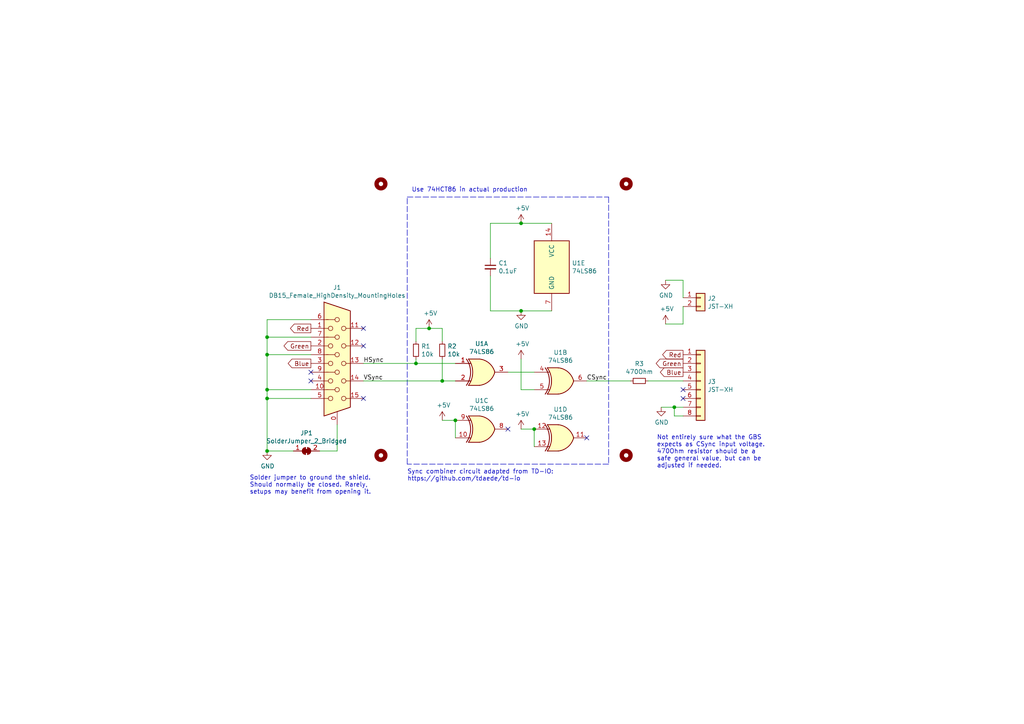
<source format=kicad_sch>
(kicad_sch (version 20211123) (generator eeschema)
  (paper "A4")
  (title_block (title "GBS-Control Sync Combiner") (date "2021-10-28") (rev "1.0") (company "Softdrink") (comment 3 "Uses existing GBS P9 and P11 JST-XH headers for power and video, respectively") (comment 4 "Basic sync combiner circuit to allow RGBHV format VGA to be ingested as RGBS"))
  (lib_symbols
    (symbol "74xx:74LS86" (pin_names (offset 1.016))
      (property "Reference" "U" (at 0 1.27 0))
      (property "Value" "74LS86" (at 0 -1.27 0))
      (symbol "74LS86_1_0"
        (arc (start -4.4196 -3.81) (mid -3.2033 0) (end -4.4196 3.81) (stroke (width 0.254)))
        (arc (start -3.81 -3.81) (mid -2.589 0) (end -3.81 3.81) (stroke (width 0.254)))
        (arc (start -0.6096 -3.81) (mid 2.1855 -2.584) (end 3.81 0) (stroke (width 0.254)) (fill (type background)))
        (polyline (pts (xy -3.81 -3.81) (xy -0.635 -3.81)) (stroke (width 0.254)) (fill (type background)))
        (polyline (pts (xy -3.81 3.81) (xy -0.635 3.81)) (stroke (width 0.254)) (fill (type background)))
        (polyline (pts (xy -0.635 3.81) (xy -3.81 3.81) (xy -3.81 3.81) (xy -3.556 3.4036) (xy -3.0226 2.2606) (xy -2.6924 1.0414) (xy -2.6162 -0.254) (xy -2.7686 -1.4986) (xy -3.175 -2.7178) (xy -3.81 -3.81) (xy -3.81 -3.81) (xy -0.635 -3.81)) (stroke (width -25.4)) (fill (type background)))
        (arc (start 3.81 0) (mid 2.1928 2.5925) (end -0.6096 3.81) (stroke (width 0.254)) (fill (type background)))
        (pin input line (at -7.62 2.54 0) (length 4.445) (name "~") (number "1"))
        (pin input line (at -7.62 -2.54 0) (length 4.445) (name "~") (number "2"))
        (pin output line (at 7.62 0 180) (length 3.81) (name "~") (number "3"))
      )
      (symbol "74LS86_1_1"
        (polyline (pts (xy -3.81 -2.54) (xy -3.175 -2.54)) (stroke (width 0.1524)))
        (polyline (pts (xy -3.81 2.54) (xy -3.175 2.54)) (stroke (width 0.1524)))
      )
      (symbol "74LS86_2_0"
        (arc (start -4.4196 -3.81) (mid -3.2033 0) (end -4.4196 3.81) (stroke (width 0.254)))
        (arc (start -3.81 -3.81) (mid -2.589 0) (end -3.81 3.81) (stroke (width 0.254)))
        (arc (start -0.6096 -3.81) (mid 2.1855 -2.584) (end 3.81 0) (stroke (width 0.254)) (fill (type background)))
        (polyline (pts (xy -3.81 -3.81) (xy -0.635 -3.81)) (stroke (width 0.254)) (fill (type background)))
        (polyline (pts (xy -3.81 3.81) (xy -0.635 3.81)) (stroke (width 0.254)) (fill (type background)))
        (polyline (pts (xy -0.635 3.81) (xy -3.81 3.81) (xy -3.81 3.81) (xy -3.556 3.4036) (xy -3.0226 2.2606) (xy -2.6924 1.0414) (xy -2.6162 -0.254) (xy -2.7686 -1.4986) (xy -3.175 -2.7178) (xy -3.81 -3.81) (xy -3.81 -3.81) (xy -0.635 -3.81)) (stroke (width -25.4)) (fill (type background)))
        (arc (start 3.81 0) (mid 2.1928 2.5925) (end -0.6096 3.81) (stroke (width 0.254)) (fill (type background)))
        (pin input line (at -7.62 2.54 0) (length 4.445) (name "~") (number "4"))
        (pin input line (at -7.62 -2.54 0) (length 4.445) (name "~") (number "5"))
        (pin output line (at 7.62 0 180) (length 3.81) (name "~") (number "6"))
      )
      (symbol "74LS86_2_1"
        (polyline (pts (xy -3.81 -2.54) (xy -3.175 -2.54)) (stroke (width 0.1524)))
        (polyline (pts (xy -3.81 2.54) (xy -3.175 2.54)) (stroke (width 0.1524)))
      )
      (symbol "74LS86_3_0"
        (arc (start -4.4196 -3.81) (mid -3.2033 0) (end -4.4196 3.81) (stroke (width 0.254)))
        (arc (start -3.81 -3.81) (mid -2.589 0) (end -3.81 3.81) (stroke (width 0.254)))
        (arc (start -0.6096 -3.81) (mid 2.1855 -2.584) (end 3.81 0) (stroke (width 0.254)) (fill (type background)))
        (polyline (pts (xy -3.81 -3.81) (xy -0.635 -3.81)) (stroke (width 0.254)) (fill (type background)))
        (polyline (pts (xy -3.81 3.81) (xy -0.635 3.81)) (stroke (width 0.254)) (fill (type background)))
        (polyline (pts (xy -0.635 3.81) (xy -3.81 3.81) (xy -3.81 3.81) (xy -3.556 3.4036) (xy -3.0226 2.2606) (xy -2.6924 1.0414) (xy -2.6162 -0.254) (xy -2.7686 -1.4986) (xy -3.175 -2.7178) (xy -3.81 -3.81) (xy -3.81 -3.81) (xy -0.635 -3.81)) (stroke (width -25.4)) (fill (type background)))
        (arc (start 3.81 0) (mid 2.1928 2.5925) (end -0.6096 3.81) (stroke (width 0.254)) (fill (type background)))
        (pin input line (at -7.62 -2.54 0) (length 4.445) (name "~") (number "10"))
        (pin output line (at 7.62 0 180) (length 3.81) (name "~") (number "8"))
        (pin input line (at -7.62 2.54 0) (length 4.445) (name "~") (number "9"))
      )
      (symbol "74LS86_3_1"
        (polyline (pts (xy -3.81 -2.54) (xy -3.175 -2.54)) (stroke (width 0.1524)))
        (polyline (pts (xy -3.81 2.54) (xy -3.175 2.54)) (stroke (width 0.1524)))
      )
      (symbol "74LS86_4_0"
        (arc (start -4.4196 -3.81) (mid -3.2033 0) (end -4.4196 3.81) (stroke (width 0.254)))
        (arc (start -3.81 -3.81) (mid -2.589 0) (end -3.81 3.81) (stroke (width 0.254)))
        (arc (start -0.6096 -3.81) (mid 2.1855 -2.584) (end 3.81 0) (stroke (width 0.254)) (fill (type background)))
        (polyline (pts (xy -3.81 -3.81) (xy -0.635 -3.81)) (stroke (width 0.254)) (fill (type background)))
        (polyline (pts (xy -3.81 3.81) (xy -0.635 3.81)) (stroke (width 0.254)) (fill (type background)))
        (polyline (pts (xy -0.635 3.81) (xy -3.81 3.81) (xy -3.81 3.81) (xy -3.556 3.4036) (xy -3.0226 2.2606) (xy -2.6924 1.0414) (xy -2.6162 -0.254) (xy -2.7686 -1.4986) (xy -3.175 -2.7178) (xy -3.81 -3.81) (xy -3.81 -3.81) (xy -0.635 -3.81)) (stroke (width -25.4)) (fill (type background)))
        (arc (start 3.81 0) (mid 2.1928 2.5925) (end -0.6096 3.81) (stroke (width 0.254)) (fill (type background)))
        (pin output line (at 7.62 0 180) (length 3.81) (name "~") (number "11"))
        (pin input line (at -7.62 2.54 0) (length 4.445) (name "~") (number "12"))
        (pin input line (at -7.62 -2.54 0) (length 4.445) (name "~") (number "13"))
      )
      (symbol "74LS86_4_1"
        (polyline (pts (xy -3.81 -2.54) (xy -3.175 -2.54)) (stroke (width 0.1524)))
        (polyline (pts (xy -3.81 2.54) (xy -3.175 2.54)) (stroke (width 0.1524)))
      )
      (symbol "74LS86_5_0"
        (pin power_in line (at 0 12.7 270) (length 5.08) (name "VCC") (number "14"))
        (pin power_in line (at 0 -12.7 90) (length 5.08) (name "GND") (number "7"))
      )
      (symbol "74LS86_5_1"
        (rectangle (start -5.08 7.62) (end 5.08 -7.62) (stroke (width 0.254)) (fill (type background)))
      )
    )
    (symbol "Connector:DB15_Female_HighDensity_MountingHoles" (pin_names (offset 1.016) hide)
      (property "Reference" "J" (at 0 21.59 0))
      (property "Value" "DB15_Female_HighDensity_MountingHoles" (at 0 19.05 0))
      (symbol "DB15_Female_HighDensity_MountingHoles_0_1"
        (circle (center -1.905 -10.16) (radius 0.635))
        (circle (center -1.905 -5.08) (radius 0.635))
        (circle (center -1.905 0) (radius 0.635))
        (circle (center -1.905 5.08) (radius 0.635))
        (circle (center -1.905 10.16) (radius 0.635))
        (circle (center 0 -7.62) (radius 0.635))
        (circle (center 0 -2.54) (radius 0.635))
        (polyline (pts (xy -3.175 7.62) (xy -0.635 7.62)))
        (polyline (pts (xy -0.635 -7.62) (xy -3.175 -7.62)))
        (polyline (pts (xy -0.635 -2.54) (xy -3.175 -2.54)))
        (polyline (pts (xy -0.635 2.54) (xy -3.175 2.54)))
        (polyline (pts (xy -0.635 12.7) (xy -3.175 12.7)))
        (polyline (pts (xy -3.81 17.78) (xy -3.81 -15.24) (xy 3.81 -12.7) (xy 3.81 15.24) (xy -3.81 17.78)) (stroke (width 0.254)) (fill (type background)))
        (circle (center 0 2.54) (radius 0.635))
        (circle (center 0 7.62) (radius 0.635))
        (circle (center 0 12.7) (radius 0.635))
        (circle (center 1.905 -10.16) (radius 0.635))
        (circle (center 1.905 -5.08) (radius 0.635))
        (circle (center 1.905 0) (radius 0.635))
        (circle (center 1.905 5.08) (radius 0.635))
        (circle (center 1.905 10.16) (radius 0.635))
      )
      (symbol "DB15_Female_HighDensity_MountingHoles_1_1"
        (pin passive line (at 0 -17.78 90) (length 3.81) (name "~") (number "0"))
        (pin passive line (at -7.62 10.16 0) (length 5.08) (name "~") (number "1"))
        (pin passive line (at -7.62 -7.62 0) (length 5.08) (name "~") (number "10"))
        (pin passive line (at 7.62 10.16 180) (length 5.08) (name "~") (number "11"))
        (pin passive line (at 7.62 5.08 180) (length 5.08) (name "~") (number "12"))
        (pin passive line (at 7.62 0 180) (length 5.08) (name "~") (number "13"))
        (pin passive line (at 7.62 -5.08 180) (length 5.08) (name "~") (number "14"))
        (pin passive line (at 7.62 -10.16 180) (length 5.08) (name "~") (number "15"))
        (pin passive line (at -7.62 5.08 0) (length 5.08) (name "~") (number "2"))
        (pin passive line (at -7.62 0 0) (length 5.08) (name "~") (number "3"))
        (pin passive line (at -7.62 -5.08 0) (length 5.08) (name "~") (number "4"))
        (pin passive line (at -7.62 -10.16 0) (length 5.08) (name "~") (number "5"))
        (pin passive line (at -7.62 12.7 0) (length 5.08) (name "~") (number "6"))
        (pin passive line (at -7.62 7.62 0) (length 5.08) (name "~") (number "7"))
        (pin passive line (at -7.62 2.54 0) (length 5.08) (name "~") (number "8"))
        (pin passive line (at -7.62 -2.54 0) (length 5.08) (name "~") (number "9"))
      )
    )
    (symbol "Connector_Generic:Conn_01x02" (pin_names (offset 1.016) hide)
      (property "Reference" "J" (at 0 2.54 0))
      (property "Value" "Conn_01x02" (at 0 -5.08 0))
      (symbol "Conn_01x02_1_1"
        (rectangle (start -1.27 -2.413) (end 0 -2.667) (stroke (width 0.1524)))
        (rectangle (start -1.27 0.127) (end 0 -0.127) (stroke (width 0.1524)))
        (rectangle (start -1.27 1.27) (end 1.27 -3.81) (stroke (width 0.254)) (fill (type background)))
        (pin passive line (at -5.08 0 0) (length 3.81) (name "Pin_1") (number "1"))
        (pin passive line (at -5.08 -2.54 0) (length 3.81) (name "Pin_2") (number "2"))
      )
    )
    (symbol "Connector_Generic:Conn_01x08" (pin_names (offset 1.016) hide)
      (property "Reference" "J" (at 0 10.16 0))
      (property "Value" "Conn_01x08" (at 0 -12.7 0))
      (symbol "Conn_01x08_1_1"
        (rectangle (start -1.27 -10.033) (end 0 -10.287) (stroke (width 0.1524)))
        (rectangle (start -1.27 -7.493) (end 0 -7.747) (stroke (width 0.1524)))
        (rectangle (start -1.27 -4.953) (end 0 -5.207) (stroke (width 0.1524)))
        (rectangle (start -1.27 -2.413) (end 0 -2.667) (stroke (width 0.1524)))
        (rectangle (start -1.27 0.127) (end 0 -0.127) (stroke (width 0.1524)))
        (rectangle (start -1.27 2.667) (end 0 2.413) (stroke (width 0.1524)))
        (rectangle (start -1.27 5.207) (end 0 4.953) (stroke (width 0.1524)))
        (rectangle (start -1.27 7.747) (end 0 7.493) (stroke (width 0.1524)))
        (rectangle (start -1.27 8.89) (end 1.27 -11.43) (stroke (width 0.254)) (fill (type background)))
        (pin passive line (at -5.08 7.62 0) (length 3.81) (name "Pin_1") (number "1"))
        (pin passive line (at -5.08 5.08 0) (length 3.81) (name "Pin_2") (number "2"))
        (pin passive line (at -5.08 2.54 0) (length 3.81) (name "Pin_3") (number "3"))
        (pin passive line (at -5.08 0 0) (length 3.81) (name "Pin_4") (number "4"))
        (pin passive line (at -5.08 -2.54 0) (length 3.81) (name "Pin_5") (number "5"))
        (pin passive line (at -5.08 -5.08 0) (length 3.81) (name "Pin_6") (number "6"))
        (pin passive line (at -5.08 -7.62 0) (length 3.81) (name "Pin_7") (number "7"))
        (pin passive line (at -5.08 -10.16 0) (length 3.81) (name "Pin_8") (number "8"))
      )
    )
    (symbol "Device:C_Small" (pin_numbers hide) (pin_names (offset 0.254) hide)
      (property "Reference" "C" (at 0.254 1.778 0))
      (property "Value" "C_Small" (at 0.254 -2.032 0))
      (symbol "C_Small_0_1"
        (polyline (pts (xy -1.524 -0.508) (xy 1.524 -0.508)) (stroke (width 0.3302)))
        (polyline (pts (xy -1.524 0.508) (xy 1.524 0.508)) (stroke (width 0.3048)))
      )
      (symbol "C_Small_1_1"
        (pin passive line (at 0 2.54 270) (length 2.032) (name "~") (number "1"))
        (pin passive line (at 0 -2.54 90) (length 2.032) (name "~") (number "2"))
      )
    )
    (symbol "Device:R_Small" (pin_numbers hide) (pin_names (offset 0.254) hide)
      (property "Reference" "R" (at 0.762 0.508 0))
      (property "Value" "R_Small" (at 0.762 -1.016 0))
      (symbol "R_Small_0_1"
        (rectangle (start -0.762 1.778) (end 0.762 -1.778) (stroke (width 0.2032)))
      )
      (symbol "R_Small_1_1"
        (pin passive line (at 0 2.54 270) (length 0.762) (name "~") (number "1"))
        (pin passive line (at 0 -2.54 90) (length 0.762) (name "~") (number "2"))
      )
    )
    (symbol "Jumper:SolderJumper_2_Bridged" (pin_names (offset 0) hide)
      (property "Reference" "JP" (at 0 2.032 0))
      (property "Value" "SolderJumper_2_Bridged" (at 0 -2.54 0))
      (symbol "SolderJumper_2_Bridged_0_1"
        (rectangle (start -0.508 0.508) (end 0.508 -0.508) (fill (type outline)))
        (arc (start -0.254 1.016) (mid -1.27 0) (end -0.254 -1.016))
        (arc (start -0.254 1.016) (mid -1.27 0) (end -0.254 -1.016) (fill (type outline)))
        (polyline (pts (xy -0.254 1.016) (xy -0.254 -1.016)))
        (polyline (pts (xy 0.254 1.016) (xy 0.254 -1.016)))
        (arc (start 0.254 -1.016) (mid 1.27 0) (end 0.254 1.016))
        (arc (start 0.254 -1.016) (mid 1.27 0) (end 0.254 1.016) (fill (type outline)))
      )
      (symbol "SolderJumper_2_Bridged_1_1"
        (pin passive line (at -3.81 0 0) (length 2.54) (name "A") (number "1"))
        (pin passive line (at 3.81 0 180) (length 2.54) (name "B") (number "2"))
      )
    )
    (symbol "Mechanical:MountingHole" (pin_names (offset 1.016))
      (property "Reference" "H" (at 0 5.08 0))
      (property "Value" "MountingHole" (at 0 3.175 0))
      (symbol "MountingHole_0_1"
        (circle (center 0 0) (radius 1.27) (stroke (width 1.27)))
      )
    )
    (symbol "power:+5V" (power) (pin_names (offset 0))
      (property "Value" "+5V" (at 0 3.556 0))
      (symbol "+5V_0_1"
        (polyline (pts (xy -0.762 1.27) (xy 0 2.54)))
        (polyline (pts (xy 0 0) (xy 0 2.54)))
        (polyline (pts (xy 0 2.54) (xy 0.762 1.27)))
      )
      (symbol "+5V_1_1"
        (pin power_in line (at 0 0 90) (length 0) hide (name "+5V") (number "1"))
      )
    )
    (symbol "power:GND" (power) (pin_names (offset 0))
      (property "Value" "GND" (at 0 -3.81 0))
      (symbol "GND_0_1"
        (polyline (pts (xy 0 0) (xy 0 -1.27) (xy 1.27 -1.27) (xy 0 -2.54) (xy -1.27 -1.27) (xy 0 -1.27)))
      )
      (symbol "GND_1_1"
        (pin power_in line (at 0 0 270) (length 0) hide (name "GND") (number "1"))
      )
    )
  )
  (junction (at 77.47 102.87))
  (junction (at 151.13 64.77))
  (junction (at 77.47 115.57))
  (junction (at 128.27 110.49))
  (junction (at 124.46 95.25))
  (junction (at 77.47 130.81))
  (junction (at 151.13 90.17))
  (junction (at 154.94 124.46))
  (junction (at 195.58 118.11))
  (junction (at 77.47 113.03))
  (junction (at 132.08 121.92))
  (junction (at 120.65 105.41))
  (junction (at 77.47 97.79))
  (no_connect (at 198.12 113.03))
  (no_connect (at 198.12 115.57))
  (no_connect (at 105.41 95.25))
  (no_connect (at 147.32 124.46))
  (no_connect (at 90.17 110.49))
  (no_connect (at 105.41 115.57))
  (no_connect (at 170.18 127))
  (no_connect (at 105.41 100.33))
  (no_connect (at 90.17 107.95))
  (wire (pts (xy 195.58 120.65) (xy 195.58 118.11)))
  (wire (pts (xy 142.24 64.77) (xy 142.24 74.93)))
  (wire (pts (xy 97.79 130.81) (xy 92.71 130.81)))
  (wire (pts (xy 198.12 93.98) (xy 198.12 88.9)))
  (wire (pts (xy 85.09 130.81) (xy 77.47 130.81)))
  (wire (pts (xy 77.47 102.87) (xy 77.47 113.03)))
  (wire (pts (xy 120.65 105.41) (xy 120.65 104.14)))
  (wire (pts (xy 90.17 92.71) (xy 77.47 92.71)))
  (wire (pts (xy 187.96 110.49) (xy 198.12 110.49)))
  (wire (pts (xy 90.17 113.03) (xy 77.47 113.03)))
  (wire (pts (xy 105.41 110.49) (xy 128.27 110.49)))
  (wire (pts (xy 142.24 90.17) (xy 142.24 80.01)))
  (wire (pts (xy 132.08 121.92) (xy 128.27 121.92)))
  (wire (pts (xy 193.04 81.28) (xy 198.12 81.28)))
  (wire (pts (xy 77.47 92.71) (xy 77.47 97.79)))
  (wire (pts (xy 151.13 113.03) (xy 151.13 104.14)))
  (wire (pts (xy 198.12 120.65) (xy 195.58 120.65)))
  (wire (pts (xy 128.27 110.49) (xy 132.08 110.49)))
  (polyline (pts (xy 176.53 57.15) (xy 176.53 134.62)))
  (wire (pts (xy 128.27 95.25) (xy 128.27 99.06)))
  (polyline (pts (xy 118.11 134.62) (xy 118.11 57.15)))
  (wire (pts (xy 170.18 110.49) (xy 182.88 110.49)))
  (wire (pts (xy 90.17 102.87) (xy 77.47 102.87)))
  (wire (pts (xy 195.58 118.11) (xy 191.77 118.11)))
  (wire (pts (xy 120.65 99.06) (xy 120.65 95.25)))
  (wire (pts (xy 154.94 124.46) (xy 151.13 124.46)))
  (wire (pts (xy 77.47 97.79) (xy 77.47 102.87)))
  (wire (pts (xy 198.12 81.28) (xy 198.12 86.36)))
  (wire (pts (xy 160.02 90.17) (xy 151.13 90.17)))
  (wire (pts (xy 90.17 115.57) (xy 77.47 115.57)))
  (wire (pts (xy 154.94 129.54) (xy 154.94 124.46)))
  (wire (pts (xy 193.04 93.98) (xy 198.12 93.98)))
  (wire (pts (xy 120.65 105.41) (xy 132.08 105.41)))
  (wire (pts (xy 128.27 110.49) (xy 128.27 104.14)))
  (wire (pts (xy 151.13 90.17) (xy 142.24 90.17)))
  (polyline (pts (xy 176.53 134.62) (xy 118.11 134.62)))
  (wire (pts (xy 151.13 64.77) (xy 142.24 64.77)))
  (wire (pts (xy 124.46 95.25) (xy 128.27 95.25)))
  (wire (pts (xy 77.47 113.03) (xy 77.47 115.57)))
  (wire (pts (xy 195.58 118.11) (xy 198.12 118.11)))
  (polyline (pts (xy 118.11 57.15) (xy 176.53 57.15)))
  (wire (pts (xy 154.94 113.03) (xy 151.13 113.03)))
  (wire (pts (xy 105.41 105.41) (xy 120.65 105.41)))
  (wire (pts (xy 132.08 127) (xy 132.08 121.92)))
  (wire (pts (xy 120.65 95.25) (xy 124.46 95.25)))
  (wire (pts (xy 97.79 123.19) (xy 97.79 130.81)))
  (wire (pts (xy 151.13 64.77) (xy 160.02 64.77)))
  (wire (pts (xy 147.32 107.95) (xy 154.94 107.95)))
  (wire (pts (xy 90.17 97.79) (xy 77.47 97.79)))
  (wire (pts (xy 77.47 115.57) (xy 77.47 130.81)))
  (text "Sync combiner circuit adapted from TD-IO:\nhttps://github.com/tdaede/td-io" (at 118.11 139.7 0) (effects (font (size 1.27 1.27)) (justify left bottom)))
  (text "Use 74HCT86 in actual production" (at 119.38 55.88 0) (effects (font (size 1.27 1.27)) (justify left bottom)))
  (text "Not entirely sure what the GBS \nexpects as CSync input voltage.\n470Ohm resistor should be a \nsafe general value, but can be \nadjusted if needed." (at 190.5 135.89 0) (effects (font (size 1.27 1.27)) (justify left bottom)))
  (text "Solder jumper to ground the shield.\nShould normally be closed. Rarely,\nsetups may benefit from opening it." (at 72.39 143.51 0) (effects (font (size 1.27 1.27)) (justify left bottom)))
  (label "VSync" (at 105.41 110.49 0))
  (label "CSync" (at 170.18 110.49 0))
  (label "HSync" (at 105.41 105.41 0))
  (global_label "Green" (shape output) (at 198.12 105.41 180) (property "Intersheet References" "${INTERSHEET_REFS}" (effects hide)))
  (global_label "Green" (shape output) (at 90.17 100.33 180) (property "Intersheet References" "${INTERSHEET_REFS}" (effects hide)))
  (global_label "Blue" (shape output) (at 198.12 107.95 180) (property "Intersheet References" "${INTERSHEET_REFS}" (effects hide)))
  (global_label "Red" (shape output) (at 90.17 95.25 180) (property "Intersheet References" "${INTERSHEET_REFS}" (effects hide)))
  (global_label "Blue" (shape output) (at 90.17 105.41 180) (property "Intersheet References" "${INTERSHEET_REFS}" (effects hide)))
  (global_label "Red" (shape output) (at 198.12 102.87 180) (property "Intersheet References" "${INTERSHEET_REFS}" (effects hide)))
  (symbol (lib_id "Connector:DB15_Female_HighDensity_MountingHoles") (at 97.79 105.41 0) (unit 1)
    (property "Reference" "J1" (at 97.79 83.3882 0))
    (property "Value" "DB15_Female_HighDensity_MountingHoles" (at 97.79 85.6996 0))
    (property "Footprint" "Connector_Dsub:DSUB-15-HD_Female_Horizontal_P2.29x1.98mm_EdgePinOffset3.03mm_Housed_MountingHolesOffset4.94mm" (effects hide))
    (property "Datasheet" " ~" (effects hide))
  )
  (symbol (lib_id "power:GND") (at 77.47 130.81 0) (unit 1)
    (property "Reference" "#PWR0101" (effects hide))
    (property "Value" "GND" (at 77.597 135.2042 0))
  )
  (symbol (lib_id "74xx:74LS86") (at 139.7 107.95 0) (unit 1)
    (property "Reference" "U1" (at 139.7 99.695 0))
    (property "Value" "74LS86" (at 139.7 102.0064 0))
    (property "Footprint" "Package_DIP:DIP-14_W7.62mm" (effects hide))
    (property "Datasheet" "74xx/74ls86.pdf" (effects hide))
  )
  (symbol (lib_id "74xx:74LS86") (at 162.56 110.49 0) (unit 2)
    (property "Reference" "U1" (at 162.56 102.235 0))
    (property "Value" "74LS86" (at 162.56 104.5464 0))
    (property "Footprint" "Package_DIP:DIP-14_W7.62mm" (effects hide))
    (property "Datasheet" "74xx/74ls86.pdf" (effects hide))
  )
  (symbol (lib_id "74xx:74LS86") (at 139.7 124.46 0) (unit 3)
    (property "Reference" "U1" (at 139.7 116.205 0))
    (property "Value" "74LS86" (at 139.7 118.5164 0))
    (property "Footprint" "Package_DIP:DIP-14_W7.62mm" (effects hide))
    (property "Datasheet" "74xx/74ls86.pdf" (effects hide))
  )
  (symbol (lib_id "74xx:74LS86") (at 162.56 127 0) (unit 4)
    (property "Reference" "U1" (at 162.56 118.745 0))
    (property "Value" "74LS86" (at 162.56 121.0564 0))
    (property "Footprint" "Package_DIP:DIP-14_W7.62mm" (effects hide))
    (property "Datasheet" "74xx/74ls86.pdf" (effects hide))
  )
  (symbol (lib_id "74xx:74LS86") (at 160.02 77.47 0) (unit 5)
    (property "Reference" "U1" (at 165.862 76.3016 0) (effects (justify left)))
    (property "Value" "74LS86" (at 165.862 78.613 0) (effects (justify left)))
    (property "Footprint" "Package_DIP:DIP-14_W7.62mm" (effects hide))
    (property "Datasheet" "74xx/74ls86.pdf" (effects hide))
  )
  (symbol (lib_id "power:GND") (at 151.13 90.17 0) (unit 1)
    (property "Reference" "#PWR0105" (effects hide))
    (property "Value" "GND" (at 151.257 94.5642 0))
  )
  (symbol (lib_id "power:+5V") (at 151.13 64.77 0) (unit 1)
    (property "Reference" "#PWR0104" (effects hide))
    (property "Value" "+5V" (at 151.511 60.3758 0))
  )
  (symbol (lib_id "Device:C_Small") (at 142.24 77.47 0) (unit 1)
    (property "Reference" "C1" (at 144.5768 76.3016 0) (effects (justify left)))
    (property "Value" "0.1uF" (at 144.5768 78.613 0) (effects (justify left)))
    (property "Footprint" "Capacitor_THT:C_Disc_D3.0mm_W1.6mm_P2.50mm" (effects hide))
  )
  (symbol (lib_id "power:+5V") (at 151.13 104.14 0) (unit 1)
    (property "Reference" "#PWR0103" (effects hide))
    (property "Value" "+5V" (at 151.511 99.7458 0))
  )
  (symbol (lib_id "Device:R_Small") (at 120.65 101.6 180) (unit 1)
    (property "Reference" "R1" (at 122.1486 100.4316 0) (effects (justify right)))
    (property "Value" "10k" (at 122.1486 102.743 0) (effects (justify right)))
    (property "Footprint" "Resistor_THT:R_Axial_DIN0207_L6.3mm_D2.5mm_P10.16mm_Horizontal" (effects hide))
  )
  (symbol (lib_id "Device:R_Small") (at 128.27 101.6 180) (unit 1)
    (property "Reference" "R2" (at 129.7686 100.4316 0) (effects (justify right)))
    (property "Value" "10k" (at 129.7686 102.743 0) (effects (justify right)))
    (property "Footprint" "Resistor_THT:R_Axial_DIN0207_L6.3mm_D2.5mm_P10.16mm_Horizontal" (effects hide))
  )
  (symbol (lib_id "power:+5V") (at 124.46 95.25 0) (unit 1)
    (property "Reference" "#PWR0102" (effects hide))
    (property "Value" "+5V" (at 124.841 90.8558 0))
  )
  (symbol (lib_id "Jumper:SolderJumper_2_Bridged") (at 88.9 130.81 0) (unit 1)
    (property "Reference" "JP1" (at 88.9 125.603 0))
    (property "Value" "SolderJumper_2_Bridged" (at 88.9 127.9144 0))
    (property "Footprint" "Jumper:SolderJumper-2_P1.3mm_Bridged_Pad1.0x1.5mm" (effects hide))
  )
  (symbol (lib_id "Connector_Generic:Conn_01x02") (at 203.2 86.36 0) (unit 1)
    (property "Reference" "J2" (at 205.232 86.5632 0) (effects (justify left)))
    (property "Value" "JST-XH" (at 205.232 88.8746 0) (effects (justify left)))
    (property "Footprint" "Connector_JST:JST_XH_B2B-XH-A_1x02_P2.50mm_Vertical" (effects hide))
  )
  (symbol (lib_id "power:+5V") (at 193.04 93.98 0) (unit 1)
    (property "Reference" "#PWR0106" (effects hide))
    (property "Value" "+5V" (at 193.421 89.5858 0))
  )
  (symbol (lib_id "power:GND") (at 193.04 81.28 0) (unit 1)
    (property "Reference" "#PWR0107" (effects hide))
    (property "Value" "GND" (at 193.167 85.6742 0))
  )
  (symbol (lib_id "Connector_Generic:Conn_01x08") (at 203.2 110.49 0) (unit 1)
    (property "Reference" "J3" (at 205.232 110.6932 0) (effects (justify left)))
    (property "Value" "JST-XH" (at 205.232 113.0046 0) (effects (justify left)))
    (property "Footprint" "Connector_JST:JST_XH_B8B-XH-A_1x08_P2.50mm_Vertical" (effects hide))
  )
  (symbol (lib_id "power:GND") (at 191.77 118.11 0) (unit 1)
    (property "Reference" "#PWR0108" (effects hide))
    (property "Value" "GND" (at 191.897 122.5042 0))
  )
  (symbol (lib_id "Device:R_Small") (at 185.42 110.49 270) (unit 1)
    (property "Reference" "R3" (at 185.42 105.5116 90))
    (property "Value" "470Ohm" (at 185.42 107.823 90))
    (property "Footprint" "Resistor_THT:R_Axial_DIN0207_L6.3mm_D2.5mm_P10.16mm_Horizontal" (effects hide))
  )
  (symbol (lib_id "power:+5V") (at 128.27 121.92 0) (unit 1)
    (property "Reference" "#PWR0109" (effects hide))
    (property "Value" "+5V" (at 128.651 117.5258 0))
  )
  (symbol (lib_id "power:+5V") (at 151.13 124.46 0) (unit 1)
    (property "Reference" "#PWR0110" (effects hide))
    (property "Value" "+5V" (at 151.511 120.0658 0))
  )
  (symbol (lib_id "Mechanical:MountingHole") (at 110.49 132.08 0) (unit 1)
    (property "Reference" "H2" (effects hide))
    (property "Value" "MountingHole" (effects hide))
    (property "Footprint" "MountingHole:MountingHole_3.2mm_M3" (effects hide))
  )
  (symbol (lib_id "Mechanical:MountingHole") (at 110.49 53.34 0) (unit 1)
    (property "Reference" "H1" (effects hide))
    (property "Value" "MountingHole" (effects hide))
    (property "Footprint" "MountingHole:MountingHole_3.2mm_M3" (effects hide))
  )
  (symbol (lib_id "Mechanical:MountingHole") (at 181.61 53.34 0) (unit 1)
    (property "Reference" "H3" (effects hide))
    (property "Value" "MountingHole" (effects hide))
    (property "Footprint" "MountingHole:MountingHole_3.2mm_M3" (effects hide))
  )
  (symbol (lib_id "Mechanical:MountingHole") (at 181.61 132.08 0) (unit 1)
    (property "Reference" "H4" (effects hide))
    (property "Value" "MountingHole" (effects hide))
    (property "Footprint" "MountingHole:MountingHole_3.2mm_M3" (effects hide))
  )
)
</source>
